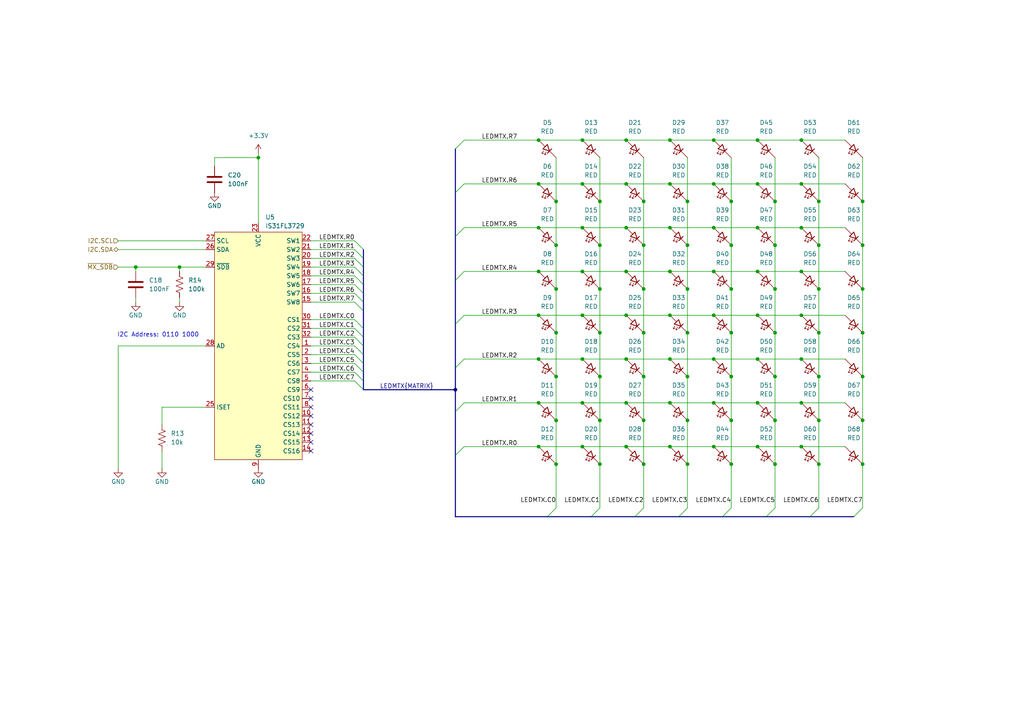
<source format=kicad_sch>
(kicad_sch (version 20250114) (generator "eeschema") (generator_version "9.0")
  (paper "A4")
  (title_block (rev "A") (company "George Sleen"))
  (lib_symbols
    (symbol "Device:C" (pin_numbers (hide yes)) (pin_names (offset 0.254))
      (property "Reference" "C" (at 0.635 2.54 0))
      (property "Value" "C" (at 0.635 -2.54 0))
      (symbol "C_0_1"
        (polyline (pts (xy -2.032 0.762) (xy 2.032 0.762)) (stroke (width 0.508)))
        (polyline (pts (xy -2.032 -0.762) (xy 2.032 -0.762)) (stroke (width 0.508)))
      )
      (symbol "C_1_1"
        (pin passive line (at 0 3.81 270) (length 2.794) (name "~") (number "1"))
        (pin passive line (at 0 -3.81 90) (length 2.794) (name "~") (number "2"))
      )
    )
    (symbol "Device:LED_45deg" (pin_numbers (hide yes)) (pin_names (offset 0) (hide yes))
      (property "Reference" "D" (at 1.27 2.54 0))
      (property "Value" "LED_45deg" (at 1.27 0 0))
      (symbol "LED_45deg_0_1"
        (polyline (pts (xy -1.4732 -1.4224) (xy -1.6256 -1.0668)))
        (polyline (pts (xy -1.27 0) (xy 0 1.27) (xy 0.635 -0.635) (xy -1.27 0)) (stroke (width 0.254)))
        (polyline (pts (xy -1.1176 -0.508) (xy -1.4732 -1.4224) (xy -1.1176 -1.27)))
        (polyline (pts (xy -0.7112 -1.7272) (xy -0.8636 -1.3716)))
        (polyline (pts (xy -0.635 0.635) (xy -2.54 2.54)))
        (polyline (pts (xy -0.3556 -0.8128) (xy -0.7112 -1.7272) (xy -0.3556 -1.5748)))
        (polyline (pts (xy 0 -1.27) (xy 1.27 0)) (stroke (width 0.254)))
        (polyline (pts (xy 2.54 -2.54) (xy 0.635 -0.635)))
      )
      (symbol "LED_45deg_1_1"
        (pin passive line (at -2.54 2.54 0) (length 0) (name "A") (number "2"))
        (pin passive line (at 2.54 -2.54 180) (length 0) (name "K") (number "1"))
      )
    )
    (symbol "Device:R_US" (pin_numbers (hide yes)) (pin_names (offset 0))
      (property "Reference" "R" (at 2.54 0 90))
      (property "Value" "R_US" (at -2.54 0 90))
      (symbol "R_US_0_1"
        (polyline (pts (xy 0 2.286) (xy 0 2.54)))
        (polyline (pts (xy 0 2.286) (xy 1.016 1.905) (xy 0 1.524) (xy -1.016 1.143) (xy 0 0.762)))
        (polyline (pts (xy 0 0.762) (xy 1.016 0.381) (xy 0 0) (xy -1.016 -0.381) (xy 0 -0.762)))
        (polyline (pts (xy 0 -0.762) (xy 1.016 -1.143) (xy 0 -1.524) (xy -1.016 -1.905) (xy 0 -2.286)))
        (polyline (pts (xy 0 -2.286) (xy 0 -2.54)))
      )
      (symbol "R_US_1_1"
        (pin passive line (at 0 3.81 270) (length 1.27) (name "~") (number "1"))
        (pin passive line (at 0 -3.81 90) (length 1.27) (name "~") (number "2"))
      )
    )
    (symbol "GS_LED_Drivers:IS31FL3729"
      (property "Reference" "U" (at -12.7 34.29 0))
      (property "Value" "IS31FL3729" (at 7.112 34.29 0))
      (symbol "IS31FL3729_1_1"
        (rectangle (start -12.7 33.02) (end 12.7 -33.02) (fill (type background)))
        (pin input line (at -15.24 30.48 0) (length 2.54) (name "SCL") (number "27"))
        (pin input line (at -15.24 27.94 0) (length 2.54) (name "SDA") (number "26"))
        (pin input line (at -15.24 22.86 0) (length 2.54) (name "~{SDB}") (number "29"))
        (pin input line (at -15.24 0 0) (length 2.54) (name "AD") (number "28"))
        (pin input line (at -15.24 -17.78 0) (length 2.54) (name "ISET") (number "25"))
        (pin power_in line (at 0 35.56 270) (length 2.54) (name "VCC") (number "23"))
        (pin power_in line (at 0 -35.56 90) (length 2.54) (hide yes) (name "GND") (number "24"))
        (pin power_in line (at 0 -35.56 90) (length 2.54) (hide yes) (name "GND") (number "33"))
        (pin power_in line (at 0 -35.56 90) (length 2.54) (name "GND") (number "9"))
        (pin output line (at 15.24 30.48 180) (length 2.54) (name "SW1") (number "22"))
        (pin output line (at 15.24 27.94 180) (length 2.54) (name "SW2") (number "21"))
        (pin output line (at 15.24 25.4 180) (length 2.54) (name "SW3") (number "20"))
        (pin output line (at 15.24 22.86 180) (length 2.54) (name "SW4") (number "19"))
        (pin output line (at 15.24 20.32 180) (length 2.54) (name "SW5") (number "18"))
        (pin output line (at 15.24 17.78 180) (length 2.54) (name "SW6") (number "17"))
        (pin output line (at 15.24 15.24 180) (length 2.54) (name "SW7") (number "16"))
        (pin output line (at 15.24 12.7 180) (length 2.54) (name "SW8") (number "15"))
        (pin input line (at 15.24 7.62 180) (length 2.54) (name "CS1") (number "30"))
        (pin input line (at 15.24 5.08 180) (length 2.54) (name "CS2") (number "31"))
        (pin input line (at 15.24 2.54 180) (length 2.54) (name "CS3") (number "32"))
        (pin input line (at 15.24 0 180) (length 2.54) (name "CS4") (number "1"))
        (pin input line (at 15.24 -2.54 180) (length 2.54) (name "CS5") (number "2"))
        (pin input line (at 15.24 -5.08 180) (length 2.54) (name "CS6") (number "3"))
        (pin input line (at 15.24 -7.62 180) (length 2.54) (name "CS7") (number "4"))
        (pin input line (at 15.24 -10.16 180) (length 2.54) (name "CS8") (number "5"))
        (pin input line (at 15.24 -12.7 180) (length 2.54) (name "CS9") (number "6"))
        (pin input line (at 15.24 -15.24 180) (length 2.54) (name "CS10") (number "7"))
        (pin input line (at 15.24 -17.78 180) (length 2.54) (name "CS11") (number "8"))
        (pin input line (at 15.24 -20.32 180) (length 2.54) (name "CS12") (number "10"))
        (pin input line (at 15.24 -22.86 180) (length 2.54) (name "CS13") (number "11"))
        (pin input line (at 15.24 -25.4 180) (length 2.54) (name "CS14") (number "12"))
        (pin input line (at 15.24 -27.94 180) (length 2.54) (name "CS15") (number "13"))
        (pin input line (at 15.24 -30.48 180) (length 2.54) (name "CS16") (number "14"))
      )
    )
    (symbol "power:+3.3V" (power) (pin_numbers (hide yes)) (pin_names (offset 0) (hide yes))
      (property "Value" "+3.3V" (at 0 3.556 0))
      (symbol "+3.3V_0_1"
        (polyline (pts (xy -0.762 1.27) (xy 0 2.54)))
        (polyline (pts (xy 0 2.54) (xy 0.762 1.27)))
        (polyline (pts (xy 0 0) (xy 0 2.54)))
      )
      (symbol "+3.3V_1_1"
        (pin power_in line (at 0 0 90) (length 0) (name "~") (number "1"))
      )
    )
    (symbol "power:GND" (power) (pin_numbers (hide yes)) (pin_names (offset 0) (hide yes))
      (property "Value" "GND" (at 0 -3.81 0))
      (symbol "GND_0_1"
        (polyline (pts (xy 0 0) (xy 0 -1.27) (xy 1.27 -1.27) (xy 0 -2.54) (xy -1.27 -1.27) (xy 0 -1.27)))
      )
      (symbol "GND_1_1"
        (pin power_in line (at 0 0 270) (length 0) (name "~") (number "1"))
      )
    )
  )
  (bus_alias "MATRIX" (members "C[0..7]" "R[0..7]"))
  (text_box "I2C Address: 0110 1000" (at 33.02 95.25 0) (size 26.67 3.81) (margins 0.9525 0.9525 0.9525 0.9525) (stroke (width -0.0001)) (effects (font (size 1.27 1.27)) (justify left top)))
  (junction (at 199.39 83.82))
  (junction (at 219.71 91.44))
  (junction (at 156.21 53.34))
  (junction (at 156.21 78.74))
  (junction (at 194.31 78.74))
  (junction (at 250.19 121.92))
  (junction (at 161.29 134.62))
  (junction (at 156.21 40.64))
  (junction (at 168.91 129.54))
  (junction (at 237.49 58.42))
  (junction (at 224.79 134.62))
  (junction (at 181.61 116.84))
  (junction (at 219.71 53.34))
  (junction (at 232.41 104.14))
  (junction (at 199.39 134.62))
  (junction (at 194.31 91.44))
  (junction (at 132.08 113.03))
  (junction (at 212.09 134.62))
  (junction (at 224.79 71.12))
  (junction (at 173.99 71.12))
  (junction (at 199.39 58.42))
  (junction (at 207.01 91.44))
  (junction (at 232.41 40.64))
  (junction (at 194.31 66.04))
  (junction (at 232.41 91.44))
  (junction (at 232.41 53.34))
  (junction (at 156.21 91.44))
  (junction (at 232.41 66.04))
  (junction (at 199.39 71.12))
  (junction (at 219.71 104.14))
  (junction (at 212.09 83.82))
  (junction (at 181.61 40.64))
  (junction (at 207.01 116.84))
  (junction (at 212.09 58.42))
  (junction (at 156.21 116.84))
  (junction (at 186.69 134.62))
  (junction (at 237.49 71.12))
  (junction (at 224.79 121.92))
  (junction (at 194.31 104.14))
  (junction (at 161.29 109.22))
  (junction (at 168.91 53.34))
  (junction (at 219.71 116.84))
  (junction (at 161.29 83.82))
  (junction (at 250.19 109.22))
  (junction (at 250.19 134.62))
  (junction (at 52.07 77.47))
  (junction (at 212.09 96.52))
  (junction (at 186.69 58.42))
  (junction (at 237.49 121.92))
  (junction (at 181.61 104.14))
  (junction (at 161.29 58.42))
  (junction (at 161.29 96.52))
  (junction (at 194.31 116.84))
  (junction (at 168.91 116.84))
  (junction (at 173.99 134.62))
  (junction (at 224.79 109.22))
  (junction (at 168.91 40.64))
  (junction (at 39.37 77.47))
  (junction (at 224.79 96.52))
  (junction (at 194.31 53.34))
  (junction (at 250.19 96.52))
  (junction (at 250.19 83.82))
  (junction (at 207.01 40.64))
  (junction (at 237.49 83.82))
  (junction (at 186.69 109.22))
  (junction (at 181.61 91.44))
  (junction (at 219.71 66.04))
  (junction (at 194.31 129.54))
  (junction (at 173.99 83.82))
  (junction (at 199.39 121.92))
  (junction (at 250.19 71.12))
  (junction (at 224.79 58.42))
  (junction (at 237.49 109.22))
  (junction (at 207.01 104.14))
  (junction (at 173.99 96.52))
  (junction (at 181.61 53.34))
  (junction (at 181.61 129.54))
  (junction (at 156.21 104.14))
  (junction (at 168.91 104.14))
  (junction (at 207.01 66.04))
  (junction (at 199.39 109.22))
  (junction (at 224.79 83.82))
  (junction (at 173.99 58.42))
  (junction (at 207.01 53.34))
  (junction (at 186.69 96.52))
  (junction (at 181.61 78.74))
  (junction (at 232.41 116.84))
  (junction (at 232.41 129.54))
  (junction (at 219.71 129.54))
  (junction (at 168.91 66.04))
  (junction (at 212.09 121.92))
  (junction (at 186.69 71.12))
  (junction (at 173.99 121.92))
  (junction (at 237.49 134.62))
  (junction (at 168.91 91.44))
  (junction (at 173.99 109.22))
  (junction (at 161.29 121.92))
  (junction (at 212.09 71.12))
  (junction (at 156.21 129.54))
  (junction (at 250.19 58.42))
  (junction (at 199.39 96.52))
  (junction (at 161.29 71.12))
  (junction (at 232.41 78.74))
  (junction (at 181.61 66.04))
  (junction (at 207.01 78.74))
  (junction (at 156.21 66.04))
  (junction (at 168.91 78.74))
  (junction (at 194.31 40.64))
  (junction (at 219.71 78.74))
  (junction (at 186.69 83.82))
  (junction (at 186.69 121.92))
  (junction (at 74.93 45.72))
  (junction (at 237.49 96.52))
  (junction (at 207.01 129.54))
  (junction (at 219.71 40.64))
  (junction (at 212.09 109.22))
  (no_connect (at 90.17 123.19))
  (no_connect (at 90.17 130.81))
  (no_connect (at 90.17 120.65))
  (no_connect (at 90.17 128.27))
  (no_connect (at 90.17 115.57))
  (no_connect (at 90.17 125.73))
  (no_connect (at 90.17 118.11))
  (no_connect (at 90.17 113.03))
  (bus_entry (at 158.75 149.86) (size 2.54 -2.54))
  (bus_entry (at 132.08 106.68) (size 2.54 -2.54))
  (bus_entry (at 102.87 97.79) (size 2.54 2.54))
  (bus_entry (at 102.87 87.63) (size 2.54 2.54))
  (bus_entry (at 102.87 77.47) (size 2.54 2.54))
  (bus_entry (at 222.25 149.86) (size 2.54 -2.54))
  (bus_entry (at 102.87 80.01) (size 2.54 2.54))
  (bus_entry (at 234.95 149.86) (size 2.54 -2.54))
  (bus_entry (at 102.87 105.41) (size 2.54 2.54))
  (bus_entry (at 171.45 149.86) (size 2.54 -2.54))
  (bus_entry (at 102.87 72.39) (size 2.54 2.54))
  (bus_entry (at 102.87 85.09) (size 2.54 2.54))
  (bus_entry (at 132.08 81.28) (size 2.54 -2.54))
  (bus_entry (at 102.87 95.25) (size 2.54 2.54))
  (bus_entry (at 132.08 119.38) (size 2.54 -2.54))
  (bus_entry (at 102.87 69.85) (size 2.54 2.54))
  (bus_entry (at 196.85 149.86) (size 2.54 -2.54))
  (bus_entry (at 102.87 100.33) (size 2.54 2.54))
  (bus_entry (at 247.65 149.86) (size 2.54 -2.54))
  (bus_entry (at 102.87 74.93) (size 2.54 2.54))
  (bus_entry (at 102.87 82.55) (size 2.54 2.54))
  (bus_entry (at 132.08 68.58) (size 2.54 -2.54))
  (bus_entry (at 209.55 149.86) (size 2.54 -2.54))
  (bus_entry (at 102.87 110.49) (size 2.54 2.54))
  (bus_entry (at 102.87 92.71) (size 2.54 2.54))
  (bus_entry (at 132.08 93.98) (size 2.54 -2.54))
  (bus_entry (at 184.15 149.86) (size 2.54 -2.54))
  (bus_entry (at 132.08 132.08) (size 2.54 -2.54))
  (bus_entry (at 132.08 43.18) (size 2.54 -2.54))
  (bus_entry (at 132.08 55.88) (size 2.54 -2.54))
  (bus_entry (at 102.87 102.87) (size 2.54 2.54))
  (bus_entry (at 102.87 107.95) (size 2.54 2.54))
  (wire (pts (xy 212.09 96.52) (xy 212.09 109.22)))
  (wire (pts (xy 237.49 134.62) (xy 237.49 147.32)))
  (wire (pts (xy 161.29 58.42) (xy 161.29 71.12)))
  (wire (pts (xy 34.29 77.47) (xy 39.37 77.47)))
  (wire (pts (xy 232.41 40.64) (xy 245.11 40.64)))
  (bus (pts (xy 105.41 72.39) (xy 105.41 74.93)))
  (wire (pts (xy 232.41 116.84) (xy 245.11 116.84)))
  (wire (pts (xy 186.69 71.12) (xy 186.69 83.82)))
  (wire (pts (xy 134.62 66.04) (xy 156.21 66.04)))
  (wire (pts (xy 168.91 116.84) (xy 181.61 116.84)))
  (wire (pts (xy 186.69 96.52) (xy 186.69 109.22)))
  (wire (pts (xy 237.49 58.42) (xy 237.49 71.12)))
  (wire (pts (xy 134.62 116.84) (xy 156.21 116.84)))
  (bus (pts (xy 105.41 74.93) (xy 105.41 77.47)))
  (wire (pts (xy 102.87 105.41) (xy 90.17 105.41)))
  (bus (pts (xy 209.55 149.86) (xy 222.25 149.86)))
  (bus (pts (xy 132.08 68.58) (xy 132.08 81.28)))
  (wire (pts (xy 212.09 71.12) (xy 212.09 83.82)))
  (wire (pts (xy 52.07 78.74) (xy 52.07 77.47)))
  (bus (pts (xy 171.45 149.86) (xy 184.15 149.86)))
  (wire (pts (xy 212.09 45.72) (xy 212.09 58.42)))
  (wire (pts (xy 34.29 72.39) (xy 59.69 72.39)))
  (wire (pts (xy 102.87 95.25) (xy 90.17 95.25)))
  (wire (pts (xy 224.79 71.12) (xy 224.79 83.82)))
  (wire (pts (xy 194.31 40.64) (xy 207.01 40.64)))
  (wire (pts (xy 168.91 40.64) (xy 181.61 40.64)))
  (wire (pts (xy 237.49 71.12) (xy 237.49 83.82)))
  (wire (pts (xy 194.31 116.84) (xy 207.01 116.84)))
  (bus (pts (xy 132.08 81.28) (xy 132.08 93.98)))
  (wire (pts (xy 173.99 45.72) (xy 173.99 58.42)))
  (bus (pts (xy 105.41 90.17) (xy 105.41 95.25)))
  (wire (pts (xy 181.61 91.44) (xy 194.31 91.44)))
  (wire (pts (xy 181.61 129.54) (xy 194.31 129.54)))
  (wire (pts (xy 168.91 91.44) (xy 181.61 91.44)))
  (wire (pts (xy 250.19 96.52) (xy 250.19 109.22)))
  (wire (pts (xy 39.37 87.63) (xy 39.37 86.36)))
  (wire (pts (xy 199.39 134.62) (xy 199.39 147.32)))
  (wire (pts (xy 161.29 134.62) (xy 161.29 147.32)))
  (wire (pts (xy 181.61 104.14) (xy 194.31 104.14)))
  (bus (pts (xy 132.08 132.08) (xy 132.08 149.86)))
  (bus (pts (xy 105.41 80.01) (xy 105.41 82.55)))
  (wire (pts (xy 232.41 78.74) (xy 245.11 78.74)))
  (wire (pts (xy 34.29 100.33) (xy 59.69 100.33)))
  (wire (pts (xy 39.37 77.47) (xy 52.07 77.47)))
  (wire (pts (xy 219.71 129.54) (xy 232.41 129.54)))
  (wire (pts (xy 250.19 134.62) (xy 250.19 147.32)))
  (wire (pts (xy 173.99 121.92) (xy 173.99 134.62)))
  (wire (pts (xy 168.91 53.34) (xy 181.61 53.34)))
  (wire (pts (xy 232.41 129.54) (xy 245.11 129.54)))
  (wire (pts (xy 212.09 134.62) (xy 212.09 147.32)))
  (wire (pts (xy 207.01 116.84) (xy 219.71 116.84)))
  (wire (pts (xy 46.99 118.11) (xy 46.99 123.19)))
  (wire (pts (xy 219.71 66.04) (xy 232.41 66.04)))
  (wire (pts (xy 194.31 91.44) (xy 207.01 91.44)))
  (wire (pts (xy 224.79 134.62) (xy 224.79 147.32)))
  (wire (pts (xy 173.99 109.22) (xy 173.99 121.92)))
  (wire (pts (xy 186.69 134.62) (xy 186.69 147.32)))
  (wire (pts (xy 102.87 97.79) (xy 90.17 97.79)))
  (wire (pts (xy 134.62 53.34) (xy 156.21 53.34)))
  (wire (pts (xy 168.91 66.04) (xy 181.61 66.04)))
  (wire (pts (xy 207.01 129.54) (xy 219.71 129.54)))
  (wire (pts (xy 224.79 45.72) (xy 224.79 58.42)))
  (bus (pts (xy 132.08 113.03) (xy 132.08 119.38)))
  (wire (pts (xy 102.87 107.95) (xy 90.17 107.95)))
  (bus (pts (xy 132.08 149.86) (xy 158.75 149.86)))
  (wire (pts (xy 199.39 71.12) (xy 199.39 83.82)))
  (wire (pts (xy 212.09 121.92) (xy 212.09 134.62)))
  (wire (pts (xy 199.39 83.82) (xy 199.39 96.52)))
  (wire (pts (xy 237.49 109.22) (xy 237.49 121.92)))
  (wire (pts (xy 168.91 104.14) (xy 181.61 104.14)))
  (wire (pts (xy 156.21 116.84) (xy 168.91 116.84)))
  (wire (pts (xy 52.07 77.47) (xy 59.69 77.47)))
  (wire (pts (xy 232.41 66.04) (xy 245.11 66.04)))
  (wire (pts (xy 237.49 121.92) (xy 237.49 134.62)))
  (bus (pts (xy 132.08 106.68) (xy 132.08 113.03)))
  (wire (pts (xy 134.62 40.64) (xy 156.21 40.64)))
  (wire (pts (xy 134.62 78.74) (xy 156.21 78.74)))
  (bus (pts (xy 132.08 43.18) (xy 132.08 55.88)))
  (wire (pts (xy 232.41 104.14) (xy 245.11 104.14)))
  (wire (pts (xy 102.87 102.87) (xy 90.17 102.87)))
  (wire (pts (xy 194.31 78.74) (xy 207.01 78.74)))
  (wire (pts (xy 134.62 91.44) (xy 156.21 91.44)))
  (wire (pts (xy 212.09 109.22) (xy 212.09 121.92)))
  (wire (pts (xy 173.99 83.82) (xy 173.99 96.52)))
  (wire (pts (xy 102.87 87.63) (xy 90.17 87.63)))
  (bus (pts (xy 105.41 102.87) (xy 105.41 105.41)))
  (wire (pts (xy 62.23 45.72) (xy 74.93 45.72)))
  (wire (pts (xy 224.79 121.92) (xy 224.79 134.62)))
  (bus (pts (xy 105.41 77.47) (xy 105.41 80.01)))
  (wire (pts (xy 102.87 77.47) (xy 90.17 77.47)))
  (wire (pts (xy 181.61 40.64) (xy 194.31 40.64)))
  (wire (pts (xy 173.99 71.12) (xy 173.99 83.82)))
  (wire (pts (xy 199.39 109.22) (xy 199.39 121.92)))
  (wire (pts (xy 181.61 78.74) (xy 194.31 78.74)))
  (bus (pts (xy 105.41 110.49) (xy 105.41 113.03)))
  (bus (pts (xy 222.25 149.86) (xy 234.95 149.86)))
  (wire (pts (xy 199.39 58.42) (xy 199.39 71.12)))
  (wire (pts (xy 224.79 109.22) (xy 224.79 121.92)))
  (wire (pts (xy 224.79 58.42) (xy 224.79 71.12)))
  (wire (pts (xy 199.39 121.92) (xy 199.39 134.62)))
  (wire (pts (xy 186.69 121.92) (xy 186.69 134.62)))
  (wire (pts (xy 34.29 100.33) (xy 34.29 135.89)))
  (wire (pts (xy 102.87 85.09) (xy 90.17 85.09)))
  (wire (pts (xy 186.69 58.42) (xy 186.69 71.12)))
  (wire (pts (xy 74.93 45.72) (xy 74.93 64.77)))
  (wire (pts (xy 224.79 96.52) (xy 224.79 109.22)))
  (wire (pts (xy 52.07 87.63) (xy 52.07 86.36)))
  (bus (pts (xy 132.08 93.98) (xy 132.08 106.68)))
  (wire (pts (xy 186.69 45.72) (xy 186.69 58.42)))
  (wire (pts (xy 46.99 118.11) (xy 59.69 118.11)))
  (wire (pts (xy 156.21 91.44) (xy 168.91 91.44)))
  (wire (pts (xy 156.21 53.34) (xy 168.91 53.34)))
  (wire (pts (xy 102.87 82.55) (xy 90.17 82.55)))
  (wire (pts (xy 156.21 66.04) (xy 168.91 66.04)))
  (wire (pts (xy 102.87 100.33) (xy 90.17 100.33)))
  (wire (pts (xy 250.19 71.12) (xy 250.19 83.82)))
  (wire (pts (xy 102.87 80.01) (xy 90.17 80.01)))
  (wire (pts (xy 156.21 40.64) (xy 168.91 40.64)))
  (wire (pts (xy 161.29 45.72) (xy 161.29 58.42)))
  (wire (pts (xy 34.29 69.85) (xy 59.69 69.85)))
  (bus (pts (xy 105.41 100.33) (xy 105.41 102.87)))
  (bus (pts (xy 132.08 55.88) (xy 132.08 68.58)))
  (wire (pts (xy 173.99 96.52) (xy 173.99 109.22)))
  (bus (pts (xy 105.41 97.79) (xy 105.41 100.33)))
  (wire (pts (xy 156.21 78.74) (xy 168.91 78.74)))
  (wire (pts (xy 194.31 104.14) (xy 207.01 104.14)))
  (bus (pts (xy 158.75 149.86) (xy 171.45 149.86)))
  (wire (pts (xy 161.29 109.22) (xy 161.29 121.92)))
  (wire (pts (xy 181.61 53.34) (xy 194.31 53.34)))
  (wire (pts (xy 232.41 91.44) (xy 245.11 91.44)))
  (wire (pts (xy 207.01 104.14) (xy 219.71 104.14)))
  (wire (pts (xy 207.01 53.34) (xy 219.71 53.34)))
  (wire (pts (xy 39.37 78.74) (xy 39.37 77.47)))
  (wire (pts (xy 207.01 78.74) (xy 219.71 78.74)))
  (wire (pts (xy 62.23 45.72) (xy 62.23 48.26)))
  (bus (pts (xy 105.41 95.25) (xy 105.41 97.79)))
  (bus (pts (xy 105.41 107.95) (xy 105.41 110.49)))
  (wire (pts (xy 161.29 71.12) (xy 161.29 83.82)))
  (wire (pts (xy 194.31 53.34) (xy 207.01 53.34)))
  (wire (pts (xy 181.61 116.84) (xy 194.31 116.84)))
  (bus (pts (xy 105.41 85.09) (xy 105.41 87.63)))
  (wire (pts (xy 161.29 96.52) (xy 161.29 109.22)))
  (bus (pts (xy 105.41 113.03) (xy 132.08 113.03)))
  (wire (pts (xy 102.87 74.93) (xy 90.17 74.93)))
  (wire (pts (xy 168.91 78.74) (xy 181.61 78.74)))
  (wire (pts (xy 168.91 129.54) (xy 181.61 129.54)))
  (wire (pts (xy 250.19 121.92) (xy 250.19 134.62)))
  (wire (pts (xy 156.21 104.14) (xy 168.91 104.14)))
  (wire (pts (xy 102.87 69.85) (xy 90.17 69.85)))
  (bus (pts (xy 234.95 149.86) (xy 247.65 149.86)))
  (wire (pts (xy 237.49 96.52) (xy 237.49 109.22)))
  (wire (pts (xy 207.01 66.04) (xy 219.71 66.04)))
  (wire (pts (xy 161.29 83.82) (xy 161.29 96.52)))
  (wire (pts (xy 173.99 58.42) (xy 173.99 71.12)))
  (wire (pts (xy 250.19 109.22) (xy 250.19 121.92)))
  (bus (pts (xy 105.41 82.55) (xy 105.41 85.09)))
  (wire (pts (xy 161.29 121.92) (xy 161.29 134.62)))
  (wire (pts (xy 199.39 45.72) (xy 199.39 58.42)))
  (bus (pts (xy 132.08 119.38) (xy 132.08 132.08)))
  (wire (pts (xy 46.99 135.89) (xy 46.99 130.81)))
  (wire (pts (xy 102.87 72.39) (xy 90.17 72.39)))
  (wire (pts (xy 219.71 53.34) (xy 232.41 53.34)))
  (wire (pts (xy 194.31 129.54) (xy 207.01 129.54)))
  (wire (pts (xy 199.39 96.52) (xy 199.39 109.22)))
  (wire (pts (xy 186.69 83.82) (xy 186.69 96.52)))
  (wire (pts (xy 224.79 83.82) (xy 224.79 96.52)))
  (wire (pts (xy 194.31 66.04) (xy 207.01 66.04)))
  (wire (pts (xy 102.87 92.71) (xy 90.17 92.71)))
  (wire (pts (xy 219.71 116.84) (xy 232.41 116.84)))
  (bus (pts (xy 184.15 149.86) (xy 196.85 149.86)))
  (wire (pts (xy 237.49 83.82) (xy 237.49 96.52)))
  (wire (pts (xy 134.62 129.54) (xy 156.21 129.54)))
  (bus (pts (xy 105.41 105.41) (xy 105.41 107.95)))
  (bus (pts (xy 105.41 87.63) (xy 105.41 90.17)))
  (wire (pts (xy 250.19 83.82) (xy 250.19 96.52)))
  (wire (pts (xy 250.19 58.42) (xy 250.19 71.12)))
  (wire (pts (xy 219.71 40.64) (xy 232.41 40.64)))
  (wire (pts (xy 134.62 104.14) (xy 156.21 104.14)))
  (bus (pts (xy 196.85 149.86) (xy 209.55 149.86)))
  (wire (pts (xy 102.87 110.49) (xy 90.17 110.49)))
  (wire (pts (xy 219.71 104.14) (xy 232.41 104.14)))
  (wire (pts (xy 219.71 91.44) (xy 232.41 91.44)))
  (wire (pts (xy 212.09 83.82) (xy 212.09 96.52)))
  (wire (pts (xy 156.21 129.54) (xy 168.91 129.54)))
  (wire (pts (xy 232.41 53.34) (xy 245.11 53.34)))
  (wire (pts (xy 207.01 91.44) (xy 219.71 91.44)))
  (wire (pts (xy 173.99 134.62) (xy 173.99 147.32)))
  (wire (pts (xy 237.49 45.72) (xy 237.49 58.42)))
  (wire (pts (xy 74.93 44.45) (xy 74.93 45.72)))
  (wire (pts (xy 181.61 66.04) (xy 194.31 66.04)))
  (wire (pts (xy 207.01 40.64) (xy 219.71 40.64)))
  (wire (pts (xy 219.71 78.74) (xy 232.41 78.74)))
  (wire (pts (xy 212.09 58.42) (xy 212.09 71.12)))
  (wire (pts (xy 250.19 45.72) (xy 250.19 58.42)))
  (wire (pts (xy 186.69 109.22) (xy 186.69 121.92)))
  (label "LEDMTX.R5" (at 102.87 82.55 180))
  (label "LEDMTX.R7" (at 139.7 40.64 0))
  (label "LEDMTX.C0" (at 102.87 92.71 180))
  (label "LEDMTX.R1" (at 139.7 116.84 0))
  (label "LEDMTX.R2" (at 139.7 104.14 0))
  (label "LEDMTX.C6" (at 102.87 107.95 180))
  (label "LEDMTX.R3" (at 139.7 91.44 0))
  (label "LEDMTX.C7" (at 102.87 110.49 180))
  (label "LEDMTX.C3" (at 102.87 100.33 180))
  (label "LEDMTX.R1" (at 102.87 72.39 180))
  (label "LEDMTX.R4" (at 102.87 80.01 180))
  (label "LEDMTX.R4" (at 139.7 78.74 0))
  (label "LEDMTX.R6" (at 139.7 53.34 0))
  (label "LEDMTX.C4" (at 212.09 146.05 180))
  (label "LEDMTX.C4" (at 102.87 102.87 180))
  (label "LEDMTX.R7" (at 102.87 87.63 180))
  (label "LEDMTX.R0" (at 139.7 129.54 0))
  (label "LEDMTX.C2" (at 186.69 146.05 180))
  (label "LEDMTX.C1" (at 173.99 146.05 180))
  (label "LEDMTX.C5" (at 224.79 146.05 180))
  (label "LEDMTX.R5" (at 139.7 66.04 0))
  (label "LEDMTX.R0" (at 102.87 69.85 180))
  (label "LEDMTX.R2" (at 102.87 74.93 180))
  (label "LEDMTX.C3" (at 199.39 146.05 180))
  (label "LEDMTX.R6" (at 102.87 85.09 180))
  (label "LEDMTX.C2" (at 102.87 97.79 180))
  (label "LEDMTX.R3" (at 102.87 77.47 180))
  (label "LEDMTX.C1" (at 102.87 95.25 180))
  (label "LEDMTX.C7" (at 250.19 146.05 180))
  (label "LEDMTX.C0" (at 161.29 146.05 180))
  (label "LEDMTX.C6" (at 237.49 146.05 180))
  (label "LEDMTX.C5" (at 102.87 105.41 180))
  (label "LEDMTX{MATRIX}" (at 125.73 113.03 180))
  (hierarchical_label "I2C.SCL" (shape input) (at 34.29 69.85 180))
  (hierarchical_label "I2C.SDA" (shape bidirectional) (at 34.29 72.39 180))
  (hierarchical_label "~{MX_SDB}" (shape input) (at 34.29 77.47 180))
  (symbol (lib_id "Device:LED_45deg") (at 184.15 68.58 0) (unit 1)
    (property "Reference" "D23" (at 184.15 60.96 0))
    (property "Value" "RED" (at 184.15 63.5 0))
    (property "Footprint" "LED_SMD:LED_0201_0603Metric" (effects (hide yes)))
    (property "Description" "Light emitting diode, rotated by 45°" (effects (hide yes)))
  )
  (symbol (lib_id "Device:LED_45deg") (at 247.65 106.68 0) (unit 1)
    (property "Reference" "D66" (at 247.65 99.06 0))
    (property "Value" "RED" (at 247.65 101.6 0))
    (property "Footprint" "LED_SMD:LED_0201_0603Metric" (effects (hide yes)))
    (property "Description" "Light emitting diode, rotated by 45°" (effects (hide yes)))
  )
  (symbol (lib_id "Device:LED_45deg") (at 184.15 43.18 0) (unit 1)
    (property "Reference" "D21" (at 184.15 35.56 0))
    (property "Value" "RED" (at 184.15 38.1 0))
    (property "Footprint" "LED_SMD:LED_0201_0603Metric" (effects (hide yes)))
    (property "Description" "Light emitting diode, rotated by 45°" (effects (hide yes)))
  )
  (symbol (lib_id "Device:C") (at 62.23 52.07 0) (mirror y) (unit 1)
    (property "Reference" "C20" (at 66.04 50.7999 0) (effects (justify right)))
    (property "Value" "100nF" (at 66.04 53.3399 0) (effects (justify right)))
    (property "Footprint" "Capacitor_SMD:C_0201_0603Metric" (effects (hide yes)))
    (property "Description" "Unpolarized capacitor" (effects (hide yes)))
  )
  (symbol (lib_id "Device:LED_45deg") (at 171.45 68.58 0) (unit 1)
    (property "Reference" "D15" (at 171.45 60.96 0))
    (property "Value" "RED" (at 171.45 63.5 0))
    (property "Footprint" "LED_SMD:LED_0201_0603Metric" (effects (hide yes)))
    (property "Description" "Light emitting diode, rotated by 45°" (effects (hide yes)))
  )
  (symbol (lib_id "Device:LED_45deg") (at 209.55 68.58 0) (unit 1)
    (property "Reference" "D39" (at 209.55 60.96 0))
    (property "Value" "RED" (at 209.55 63.5 0))
    (property "Footprint" "LED_SMD:LED_0201_0603Metric" (effects (hide yes)))
    (property "Description" "Light emitting diode, rotated by 45°" (effects (hide yes)))
  )
  (symbol (lib_id "Device:LED_45deg") (at 184.15 81.28 0) (unit 1)
    (property "Reference" "D24" (at 184.15 73.66 0))
    (property "Value" "RED" (at 184.15 76.2 0))
    (property "Footprint" "LED_SMD:LED_0201_0603Metric" (effects (hide yes)))
    (property "Description" "Light emitting diode, rotated by 45°" (effects (hide yes)))
  )
  (symbol (lib_id "Device:C") (at 39.37 82.55 0) (mirror y) (unit 1)
    (property "Reference" "C18" (at 43.18 81.2799 0) (effects (justify right)))
    (property "Value" "100nF" (at 43.18 83.8199 0) (effects (justify right)))
    (property "Footprint" "Capacitor_SMD:C_0201_0603Metric" (effects (hide yes)))
    (property "Description" "Unpolarized capacitor" (effects (hide yes)))
  )
  (symbol (lib_id "power:GND") (at 74.93 135.89 0) (unit 1)
    (property "Reference" "#PWR063" (effects (hide yes)))
    (property "Value" "GND" (at 74.93 139.7 0))
    (property "Description" "Power symbol creates a global label with name \"GND\" , ground" (effects (hide yes)))
  )
  (symbol (lib_id "Device:LED_45deg") (at 196.85 68.58 0) (unit 1)
    (property "Reference" "D31" (at 196.85 60.96 0))
    (property "Value" "RED" (at 196.85 63.5 0))
    (property "Footprint" "LED_SMD:LED_0201_0603Metric" (effects (hide yes)))
    (property "Description" "Light emitting diode, rotated by 45°" (effects (hide yes)))
  )
  (symbol (lib_id "Device:R_US") (at 52.07 82.55 0) (unit 1)
    (property "Reference" "R14" (at 54.61 81.2799 0) (effects (justify left)))
    (property "Value" "100k" (at 54.61 83.8199 0) (effects (justify left)))
    (property "Footprint" "Resistor_SMD:R_0201_0603Metric" (effects (hide yes)))
    (property "Description" "Resistor, US symbol" (effects (hide yes)))
  )
  (symbol (lib_id "Device:LED_45deg") (at 247.65 68.58 0) (unit 1)
    (property "Reference" "D63" (at 247.65 60.96 0))
    (property "Value" "RED" (at 247.65 63.5 0))
    (property "Footprint" "LED_SMD:LED_0201_0603Metric" (effects (hide yes)))
    (property "Description" "Light emitting diode, rotated by 45°" (effects (hide yes)))
  )
  (symbol (lib_id "Device:LED_45deg") (at 184.15 106.68 0) (unit 1)
    (property "Reference" "D26" (at 184.15 99.06 0))
    (property "Value" "RED" (at 184.15 101.6 0))
    (property "Footprint" "LED_SMD:LED_0201_0603Metric" (effects (hide yes)))
    (property "Description" "Light emitting diode, rotated by 45°" (effects (hide yes)))
  )
  (symbol (lib_id "Device:LED_45deg") (at 247.65 119.38 0) (unit 1)
    (property "Reference" "D67" (at 247.65 111.76 0))
    (property "Value" "RED" (at 247.65 114.3 0))
    (property "Footprint" "LED_SMD:LED_0201_0603Metric" (effects (hide yes)))
    (property "Description" "Light emitting diode, rotated by 45°" (effects (hide yes)))
  )
  (symbol (lib_id "Device:LED_45deg") (at 234.95 132.08 0) (unit 1)
    (property "Reference" "D60" (at 234.95 124.46 0))
    (property "Value" "RED" (at 234.95 127 0))
    (property "Footprint" "LED_SMD:LED_0201_0603Metric" (effects (hide yes)))
    (property "Description" "Light emitting diode, rotated by 45°" (effects (hide yes)))
  )
  (symbol (lib_id "power:GND") (at 34.29 135.89 0) (unit 1)
    (property "Reference" "#PWR056" (effects (hide yes)))
    (property "Value" "GND" (at 34.29 139.7 0))
    (property "Description" "Power symbol creates a global label with name \"GND\" , ground" (effects (hide yes)))
  )
  (symbol (lib_id "Device:LED_45deg") (at 158.75 93.98 0) (unit 1)
    (property "Reference" "D9" (at 158.75 86.36 0))
    (property "Value" "RED" (at 158.75 88.9 0))
    (property "Footprint" "LED_SMD:LED_0201_0603Metric" (effects (hide yes)))
    (property "Description" "Light emitting diode, rotated by 45°" (effects (hide yes)))
  )
  (symbol (lib_id "Device:LED_45deg") (at 234.95 55.88 0) (unit 1)
    (property "Reference" "D54" (at 234.95 48.26 0))
    (property "Value" "RED" (at 234.95 50.8 0))
    (property "Footprint" "LED_SMD:LED_0201_0603Metric" (effects (hide yes)))
    (property "Description" "Light emitting diode, rotated by 45°" (effects (hide yes)))
  )
  (symbol (lib_id "Device:LED_45deg") (at 171.45 106.68 0) (unit 1)
    (property "Reference" "D18" (at 171.45 99.06 0))
    (property "Value" "RED" (at 171.45 101.6 0))
    (property "Footprint" "LED_SMD:LED_0201_0603Metric" (effects (hide yes)))
    (property "Description" "Light emitting diode, rotated by 45°" (effects (hide yes)))
  )
  (symbol (lib_id "Device:LED_45deg") (at 222.25 119.38 0) (unit 1)
    (property "Reference" "D51" (at 222.25 111.76 0))
    (property "Value" "RED" (at 222.25 114.3 0))
    (property "Footprint" "LED_SMD:LED_0201_0603Metric" (effects (hide yes)))
    (property "Description" "Light emitting diode, rotated by 45°" (effects (hide yes)))
  )
  (symbol (lib_id "power:GND") (at 52.07 87.63 0) (unit 1)
    (property "Reference" "#PWR060" (effects (hide yes)))
    (property "Value" "GND" (at 52.07 91.44 0))
    (property "Description" "Power symbol creates a global label with name \"GND\" , ground" (effects (hide yes)))
  )
  (symbol (lib_id "Device:LED_45deg") (at 196.85 43.18 0) (unit 1)
    (property "Reference" "D29" (at 196.85 35.56 0))
    (property "Value" "RED" (at 196.85 38.1 0))
    (property "Footprint" "LED_SMD:LED_0201_0603Metric" (effects (hide yes)))
    (property "Description" "Light emitting diode, rotated by 45°" (effects (hide yes)))
  )
  (symbol (lib_id "Device:LED_45deg") (at 196.85 132.08 0) (unit 1)
    (property "Reference" "D36" (at 196.85 124.46 0))
    (property "Value" "RED" (at 196.85 127 0))
    (property "Footprint" "LED_SMD:LED_0201_0603Metric" (effects (hide yes)))
    (property "Description" "Light emitting diode, rotated by 45°" (effects (hide yes)))
  )
  (symbol (lib_id "Device:LED_45deg") (at 196.85 119.38 0) (unit 1)
    (property "Reference" "D35" (at 196.85 111.76 0))
    (property "Value" "RED" (at 196.85 114.3 0))
    (property "Footprint" "LED_SMD:LED_0201_0603Metric" (effects (hide yes)))
    (property "Description" "Light emitting diode, rotated by 45°" (effects (hide yes)))
  )
  (symbol (lib_id "Device:LED_45deg") (at 234.95 93.98 0) (unit 1)
    (property "Reference" "D57" (at 234.95 86.36 0))
    (property "Value" "RED" (at 234.95 88.9 0))
    (property "Footprint" "LED_SMD:LED_0201_0603Metric" (effects (hide yes)))
    (property "Description" "Light emitting diode, rotated by 45°" (effects (hide yes)))
  )
  (symbol (lib_id "Device:LED_45deg") (at 234.95 106.68 0) (unit 1)
    (property "Reference" "D58" (at 234.95 99.06 0))
    (property "Value" "RED" (at 234.95 101.6 0))
    (property "Footprint" "LED_SMD:LED_0201_0603Metric" (effects (hide yes)))
    (property "Description" "Light emitting diode, rotated by 45°" (effects (hide yes)))
  )
  (symbol (lib_id "Device:LED_45deg") (at 184.15 132.08 0) (unit 1)
    (property "Reference" "D28" (at 184.15 124.46 0))
    (property "Value" "RED" (at 184.15 127 0))
    (property "Footprint" "LED_SMD:LED_0201_0603Metric" (effects (hide yes)))
    (property "Description" "Light emitting diode, rotated by 45°" (effects (hide yes)))
  )
  (symbol (lib_id "Device:LED_45deg") (at 171.45 132.08 0) (unit 1)
    (property "Reference" "D20" (at 171.45 124.46 0))
    (property "Value" "RED" (at 171.45 127 0))
    (property "Footprint" "LED_SMD:LED_0201_0603Metric" (effects (hide yes)))
    (property "Description" "Light emitting diode, rotated by 45°" (effects (hide yes)))
  )
  (symbol (lib_id "Device:LED_45deg") (at 209.55 132.08 0) (unit 1)
    (property "Reference" "D44" (at 209.55 124.46 0))
    (property "Value" "RED" (at 209.55 127 0))
    (property "Footprint" "LED_SMD:LED_0201_0603Metric" (effects (hide yes)))
    (property "Description" "Light emitting diode, rotated by 45°" (effects (hide yes)))
  )
  (symbol (lib_id "Device:LED_45deg") (at 171.45 43.18 0) (unit 1)
    (property "Reference" "D13" (at 171.45 35.56 0))
    (property "Value" "RED" (at 171.45 38.1 0))
    (property "Footprint" "LED_SMD:LED_0201_0603Metric" (effects (hide yes)))
    (property "Description" "Light emitting diode, rotated by 45°" (effects (hide yes)))
  )
  (symbol (lib_id "Device:LED_45deg") (at 196.85 81.28 0) (unit 1)
    (property "Reference" "D32" (at 196.85 73.66 0))
    (property "Value" "RED" (at 196.85 76.2 0))
    (property "Footprint" "LED_SMD:LED_0201_0603Metric" (effects (hide yes)))
    (property "Description" "Light emitting diode, rotated by 45°" (effects (hide yes)))
  )
  (symbol (lib_id "Device:LED_45deg") (at 247.65 81.28 0) (unit 1)
    (property "Reference" "D64" (at 247.65 73.66 0))
    (property "Value" "RED" (at 247.65 76.2 0))
    (property "Footprint" "LED_SMD:LED_0201_0603Metric" (effects (hide yes)))
    (property "Description" "Light emitting diode, rotated by 45°" (effects (hide yes)))
  )
  (symbol (lib_id "Device:LED_45deg") (at 158.75 81.28 0) (unit 1)
    (property "Reference" "D8" (at 158.75 73.66 0))
    (property "Value" "RED" (at 158.75 76.2 0))
    (property "Footprint" "LED_SMD:LED_0201_0603Metric" (effects (hide yes)))
    (property "Description" "Light emitting diode, rotated by 45°" (effects (hide yes)))
  )
  (symbol (lib_id "Device:LED_45deg") (at 222.25 81.28 0) (unit 1)
    (property "Reference" "D48" (at 222.25 73.66 0))
    (property "Value" "RED" (at 222.25 76.2 0))
    (property "Footprint" "LED_SMD:LED_0201_0603Metric" (effects (hide yes)))
    (property "Description" "Light emitting diode, rotated by 45°" (effects (hide yes)))
  )
  (symbol (lib_id "Device:LED_45deg") (at 234.95 81.28 0) (unit 1)
    (property "Reference" "D56" (at 234.95 73.66 0))
    (property "Value" "RED" (at 234.95 76.2 0))
    (property "Footprint" "LED_SMD:LED_0201_0603Metric" (effects (hide yes)))
    (property "Description" "Light emitting diode, rotated by 45°" (effects (hide yes)))
  )
  (symbol (lib_id "Device:LED_45deg") (at 209.55 81.28 0) (unit 1)
    (property "Reference" "D40" (at 209.55 73.66 0))
    (property "Value" "RED" (at 209.55 76.2 0))
    (property "Footprint" "LED_SMD:LED_0201_0603Metric" (effects (hide yes)))
    (property "Description" "Light emitting diode, rotated by 45°" (effects (hide yes)))
  )
  (symbol (lib_id "Device:LED_45deg") (at 184.15 55.88 0) (unit 1)
    (property "Reference" "D22" (at 184.15 48.26 0))
    (property "Value" "RED" (at 184.15 50.8 0))
    (property "Footprint" "LED_SMD:LED_0201_0603Metric" (effects (hide yes)))
    (property "Description" "Light emitting diode, rotated by 45°" (effects (hide yes)))
  )
  (symbol (lib_id "Device:LED_45deg") (at 247.65 43.18 0) (unit 1)
    (property "Reference" "D61" (at 247.65 35.56 0))
    (property "Value" "RED" (at 247.65 38.1 0))
    (property "Footprint" "LED_SMD:LED_0201_0603Metric" (effects (hide yes)))
    (property "Description" "Light emitting diode, rotated by 45°" (effects (hide yes)))
  )
  (symbol (lib_id "power:GND") (at 39.37 87.63 0) (unit 1)
    (property "Reference" "#PWR057" (effects (hide yes)))
    (property "Value" "GND" (at 39.37 91.44 0))
    (property "Description" "Power symbol creates a global label with name \"GND\" , ground" (effects (hide yes)))
  )
  (symbol (lib_id "Device:LED_45deg") (at 222.25 132.08 0) (unit 1)
    (property "Reference" "D52" (at 222.25 124.46 0))
    (property "Value" "RED" (at 222.25 127 0))
    (property "Footprint" "LED_SMD:LED_0201_0603Metric" (effects (hide yes)))
    (property "Description" "Light emitting diode, rotated by 45°" (effects (hide yes)))
  )
  (symbol (lib_id "Device:LED_45deg") (at 196.85 55.88 0) (unit 1)
    (property "Reference" "D30" (at 196.85 48.26 0))
    (property "Value" "RED" (at 196.85 50.8 0))
    (property "Footprint" "LED_SMD:LED_0201_0603Metric" (effects (hide yes)))
    (property "Description" "Light emitting diode, rotated by 45°" (effects (hide yes)))
  )
  (symbol (lib_id "GS_LED_Drivers:IS31FL3729") (at 74.93 100.33 0) (unit 1)
    (property "Reference" "U5" (at 76.962 62.992 0) (effects (justify left)))
    (property "Value" "IS31FL3729" (at 76.962 65.532 0) (effects (justify left)))
    (property "Footprint" "Package_DFN_QFN:QFN-32-1EP_4x4mm_P0.4mm_EP2.65x2.65mm" (effects (hide yes)))
    (property "Datasheet" "https://www.lcsc.com/datasheet/lcsc_datasheet_2410121548_ISSI-Integrated-Silicon-Solution-IS31FL3729-QFLS4-TR_C2940549.pdf" (effects (hide yes)))
    (property "Description" "LED Driver 400kHz~1MHz PWM 16 35mA 2.7V~5.5V QFN-32-EP(4x4)" (effects (hide yes)))
    (property "LCSC ID" "C2940549" (effects (hide yes)))
  )
  (symbol (lib_id "Device:LED_45deg") (at 158.75 55.88 0) (unit 1)
    (property "Reference" "D6" (at 158.75 48.26 0))
    (property "Value" "RED" (at 158.75 50.8 0))
    (property "Footprint" "LED_SMD:LED_0201_0603Metric" (effects (hide yes)))
    (property "Description" "Light emitting diode, rotated by 45°" (effects (hide yes)))
  )
  (symbol (lib_id "power:GND") (at 46.99 135.89 0) (unit 1)
    (property "Reference" "#PWR059" (effects (hide yes)))
    (property "Value" "GND" (at 46.99 139.7 0))
    (property "Description" "Power symbol creates a global label with name \"GND\" , ground" (effects (hide yes)))
  )
  (symbol (lib_id "Device:LED_45deg") (at 247.65 93.98 0) (unit 1)
    (property "Reference" "D65" (at 247.65 86.36 0))
    (property "Value" "RED" (at 247.65 88.9 0))
    (property "Footprint" "LED_SMD:LED_0201_0603Metric" (effects (hide yes)))
    (property "Description" "Light emitting diode, rotated by 45°" (effects (hide yes)))
  )
  (symbol (lib_id "Device:LED_45deg") (at 222.25 55.88 0) (unit 1)
    (property "Reference" "D46" (at 222.25 48.26 0))
    (property "Value" "RED" (at 222.25 50.8 0))
    (property "Footprint" "LED_SMD:LED_0201_0603Metric" (effects (hide yes)))
    (property "Description" "Light emitting diode, rotated by 45°" (effects (hide yes)))
  )
  (symbol (lib_id "Device:LED_45deg") (at 222.25 93.98 0) (unit 1)
    (property "Reference" "D49" (at 222.25 86.36 0))
    (property "Value" "RED" (at 222.25 88.9 0))
    (property "Footprint" "LED_SMD:LED_0201_0603Metric" (effects (hide yes)))
    (property "Description" "Light emitting diode, rotated by 45°" (effects (hide yes)))
  )
  (symbol (lib_id "Device:LED_45deg") (at 209.55 55.88 0) (unit 1)
    (property "Reference" "D38" (at 209.55 48.26 0))
    (property "Value" "RED" (at 209.55 50.8 0))
    (property "Footprint" "LED_SMD:LED_0201_0603Metric" (effects (hide yes)))
    (property "Description" "Light emitting diode, rotated by 45°" (effects (hide yes)))
  )
  (symbol (lib_id "Device:LED_45deg") (at 222.25 106.68 0) (unit 1)
    (property "Reference" "D50" (at 222.25 99.06 0))
    (property "Value" "RED" (at 222.25 101.6 0))
    (property "Footprint" "LED_SMD:LED_0201_0603Metric" (effects (hide yes)))
    (property "Description" "Light emitting diode, rotated by 45°" (effects (hide yes)))
  )
  (symbol (lib_id "Device:LED_45deg") (at 247.65 132.08 0) (unit 1)
    (property "Reference" "D68" (at 247.65 124.46 0))
    (property "Value" "RED" (at 247.65 127 0))
    (property "Footprint" "LED_SMD:LED_0201_0603Metric" (effects (hide yes)))
    (property "Description" "Light emitting diode, rotated by 45°" (effects (hide yes)))
  )
  (symbol (lib_id "Device:LED_45deg") (at 171.45 55.88 0) (unit 1)
    (property "Reference" "D14" (at 171.45 48.26 0))
    (property "Value" "RED" (at 171.45 50.8 0))
    (property "Footprint" "LED_SMD:LED_0201_0603Metric" (effects (hide yes)))
    (property "Description" "Light emitting diode, rotated by 45°" (effects (hide yes)))
  )
  (symbol (lib_id "Device:LED_45deg") (at 184.15 93.98 0) (unit 1)
    (property "Reference" "D25" (at 184.15 86.36 0))
    (property "Value" "RED" (at 184.15 88.9 0))
    (property "Footprint" "LED_SMD:LED_0201_0603Metric" (effects (hide yes)))
    (property "Description" "Light emitting diode, rotated by 45°" (effects (hide yes)))
  )
  (symbol (lib_id "Device:LED_45deg") (at 209.55 119.38 0) (unit 1)
    (property "Reference" "D43" (at 209.55 111.76 0))
    (property "Value" "RED" (at 209.55 114.3 0))
    (property "Footprint" "LED_SMD:LED_0201_0603Metric" (effects (hide yes)))
    (property "Description" "Light emitting diode, rotated by 45°" (effects (hide yes)))
  )
  (symbol (lib_id "Device:LED_45deg") (at 196.85 106.68 0) (unit 1)
    (property "Reference" "D34" (at 196.85 99.06 0))
    (property "Value" "RED" (at 196.85 101.6 0))
    (property "Footprint" "LED_SMD:LED_0201_0603Metric" (effects (hide yes)))
    (property "Description" "Light emitting diode, rotated by 45°" (effects (hide yes)))
  )
  (symbol (lib_id "Device:LED_45deg") (at 209.55 106.68 0) (unit 1)
    (property "Reference" "D42" (at 209.55 99.06 0))
    (property "Value" "RED" (at 209.55 101.6 0))
    (property "Footprint" "LED_SMD:LED_0201_0603Metric" (effects (hide yes)))
    (property "Description" "Light emitting diode, rotated by 45°" (effects (hide yes)))
  )
  (symbol (lib_id "Device:LED_45deg") (at 171.45 93.98 0) (unit 1)
    (property "Reference" "D17" (at 171.45 86.36 0))
    (property "Value" "RED" (at 171.45 88.9 0))
    (property "Footprint" "LED_SMD:LED_0201_0603Metric" (effects (hide yes)))
    (property "Description" "Light emitting diode, rotated by 45°" (effects (hide yes)))
  )
  (symbol (lib_id "Device:LED_45deg") (at 158.75 106.68 0) (unit 1)
    (property "Reference" "D10" (at 158.75 99.06 0))
    (property "Value" "RED" (at 158.75 101.6 0))
    (property "Footprint" "LED_SMD:LED_0201_0603Metric" (effects (hide yes)))
    (property "Description" "Light emitting diode, rotated by 45°" (effects (hide yes)))
  )
  (symbol (lib_id "Device:LED_45deg") (at 171.45 81.28 0) (unit 1)
    (property "Reference" "D16" (at 171.45 73.66 0))
    (property "Value" "RED" (at 171.45 76.2 0))
    (property "Footprint" "LED_SMD:LED_0201_0603Metric" (effects (hide yes)))
    (property "Description" "Light emitting diode, rotated by 45°" (effects (hide yes)))
  )
  (symbol (lib_id "Device:LED_45deg") (at 209.55 93.98 0) (unit 1)
    (property "Reference" "D41" (at 209.55 86.36 0))
    (property "Value" "RED" (at 209.55 88.9 0))
    (property "Footprint" "LED_SMD:LED_0201_0603Metric" (effects (hide yes)))
    (property "Description" "Light emitting diode, rotated by 45°" (effects (hide yes)))
  )
  (symbol (lib_id "Device:LED_45deg") (at 158.75 68.58 0) (unit 1)
    (property "Reference" "D7" (at 158.75 60.96 0))
    (property "Value" "RED" (at 158.75 63.5 0))
    (property "Footprint" "LED_SMD:LED_0201_0603Metric" (effects (hide yes)))
    (property "Description" "Light emitting diode, rotated by 45°" (effects (hide yes)))
  )
  (symbol (lib_id "power:+3.3V") (at 74.93 44.45 0) (unit 1)
    (property "Reference" "#PWR062" (effects (hide yes)))
    (property "Value" "+3.3V" (at 74.93 39.37 0))
    (property "Description" "Power symbol creates a global label with name \"+3.3V\"" (effects (hide yes)))
  )
  (symbol (lib_id "Device:LED_45deg") (at 222.25 43.18 0) (unit 1)
    (property "Reference" "D45" (at 222.25 35.56 0))
    (property "Value" "RED" (at 222.25 38.1 0))
    (property "Footprint" "LED_SMD:LED_0201_0603Metric" (effects (hide yes)))
    (property "Description" "Light emitting diode, rotated by 45°" (effects (hide yes)))
  )
  (symbol (lib_id "Device:LED_45deg") (at 158.75 43.18 0) (unit 1)
    (property "Reference" "D5" (at 158.75 35.56 0))
    (property "Value" "RED" (at 158.75 38.1 0))
    (property "Footprint" "LED_SMD:LED_0201_0603Metric" (effects (hide yes)))
    (property "Description" "Light emitting diode, rotated by 45°" (effects (hide yes)))
  )
  (symbol (lib_id "Device:LED_45deg") (at 234.95 119.38 0) (unit 1)
    (property "Reference" "D59" (at 234.95 111.76 0))
    (property "Value" "RED" (at 234.95 114.3 0))
    (property "Footprint" "LED_SMD:LED_0201_0603Metric" (effects (hide yes)))
    (property "Description" "Light emitting diode, rotated by 45°" (effects (hide yes)))
  )
  (symbol (lib_id "Device:LED_45deg") (at 234.95 68.58 0) (unit 1)
    (property "Reference" "D55" (at 234.95 60.96 0))
    (property "Value" "RED" (at 234.95 63.5 0))
    (property "Footprint" "LED_SMD:LED_0201_0603Metric" (effects (hide yes)))
    (property "Description" "Light emitting diode, rotated by 45°" (effects (hide yes)))
  )
  (symbol (lib_id "Device:LED_45deg") (at 171.45 119.38 0) (unit 1)
    (property "Reference" "D19" (at 171.45 111.76 0))
    (property "Value" "RED" (at 171.45 114.3 0))
    (property "Footprint" "LED_SMD:LED_0201_0603Metric" (effects (hide yes)))
    (property "Description" "Light emitting diode, rotated by 45°" (effects (hide yes)))
  )
  (symbol (lib_id "Device:LED_45deg") (at 247.65 55.88 0) (unit 1)
    (property "Reference" "D62" (at 247.65 48.26 0))
    (property "Value" "RED" (at 247.65 50.8 0))
    (property "Footprint" "LED_SMD:LED_0201_0603Metric" (effects (hide yes)))
    (property "Description" "Light emitting diode, rotated by 45°" (effects (hide yes)))
  )
  (symbol (lib_id "power:GND") (at 62.23 55.88 0) (unit 1)
    (property "Reference" "#PWR061" (effects (hide yes)))
    (property "Value" "GND" (at 62.23 59.69 0))
    (property "Description" "Power symbol creates a global label with name \"GND\" , ground" (effects (hide yes)))
  )
  (symbol (lib_id "Device:R_US") (at 46.99 127 0) (unit 1)
    (property "Reference" "R13" (at 49.53 125.7299 0) (effects (justify left)))
    (property "Value" "10k" (at 49.53 128.2699 0) (effects (justify left)))
    (property "Footprint" "Resistor_SMD:R_0201_0603Metric" (effects (hide yes)))
    (property "Description" "Resistor, US symbol" (effects (hide yes)))
  )
  (symbol (lib_id "Device:LED_45deg") (at 184.15 119.38 0) (unit 1)
    (property "Reference" "D27" (at 184.15 111.76 0))
    (property "Value" "RED" (at 184.15 114.3 0))
    (property "Footprint" "LED_SMD:LED_0201_0603Metric" (effects (hide yes)))
    (property "Description" "Light emitting diode, rotated by 45°" (effects (hide yes)))
  )
  (symbol (lib_id "Device:LED_45deg") (at 234.95 43.18 0) (unit 1)
    (property "Reference" "D53" (at 234.95 35.56 0))
    (property "Value" "RED" (at 234.95 38.1 0))
    (property "Footprint" "LED_SMD:LED_0201_0603Metric" (effects (hide yes)))
    (property "Description" "Light emitting diode, rotated by 45°" (effects (hide yes)))
  )
  (symbol (lib_id "Device:LED_45deg") (at 158.75 119.38 0) (unit 1)
    (property "Reference" "D11" (at 158.75 111.76 0))
    (property "Value" "RED" (at 158.75 114.3 0))
    (property "Footprint" "LED_SMD:LED_0201_0603Metric" (effects (hide yes)))
    (property "Description" "Light emitting diode, rotated by 45°" (effects (hide yes)))
  )
  (symbol (lib_id "Device:LED_45deg") (at 158.75 132.08 0) (unit 1)
    (property "Reference" "D12" (at 158.75 124.46 0))
    (property "Value" "RED" (at 158.75 127 0))
    (property "Footprint" "LED_SMD:LED_0201_0603Metric" (effects (hide yes)))
    (property "Description" "Light emitting diode, rotated by 45°" (effects (hide yes)))
  )
  (symbol (lib_id "Device:LED_45deg") (at 196.85 93.98 0) (unit 1)
    (property "Reference" "D33" (at 196.85 86.36 0))
    (property "Value" "RED" (at 196.85 88.9 0))
    (property "Footprint" "LED_SMD:LED_0201_0603Metric" (effects (hide yes)))
    (property "Description" "Light emitting diode, rotated by 45°" (effects (hide yes)))
  )
  (symbol (lib_id "Device:LED_45deg") (at 222.25 68.58 0) (unit 1)
    (property "Reference" "D47" (at 222.25 60.96 0))
    (property "Value" "RED" (at 222.25 63.5 0))
    (property "Footprint" "LED_SMD:LED_0201_0603Metric" (effects (hide yes)))
    (property "Description" "Light emitting diode, rotated by 45°" (effects (hide yes)))
  )
  (symbol (lib_id "Device:LED_45deg") (at 209.55 43.18 0) (unit 1)
    (property "Reference" "D37" (at 209.55 35.56 0))
    (property "Value" "RED" (at 209.55 38.1 0))
    (property "Footprint" "LED_SMD:LED_0201_0603Metric" (effects (hide yes)))
    (property "Description" "Light emitting diode, rotated by 45°" (effects (hide yes)))
  )
)
</source>
